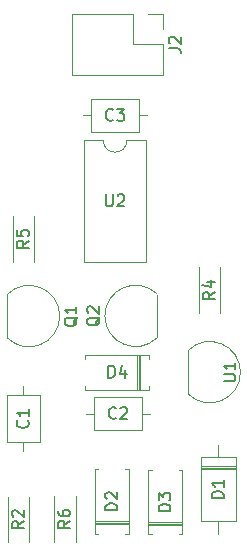
<source format=gbr>
%TF.GenerationSoftware,KiCad,Pcbnew,6.0.11+dfsg-1*%
%TF.CreationDate,2025-09-01T17:48:49-05:00*%
%TF.ProjectId,TinyFreq,54696e79-4672-4657-912e-6b696361645f,rev?*%
%TF.SameCoordinates,Original*%
%TF.FileFunction,Legend,Top*%
%TF.FilePolarity,Positive*%
%FSLAX46Y46*%
G04 Gerber Fmt 4.6, Leading zero omitted, Abs format (unit mm)*
G04 Created by KiCad (PCBNEW 6.0.11+dfsg-1) date 2025-09-01 17:48:49*
%MOMM*%
%LPD*%
G01*
G04 APERTURE LIST*
%ADD10C,0.150000*%
%ADD11C,0.120000*%
G04 APERTURE END LIST*
D10*
%TO.C,C2*%
X135738333Y-98937142D02*
X135690714Y-98984761D01*
X135547857Y-99032380D01*
X135452619Y-99032380D01*
X135309761Y-98984761D01*
X135214523Y-98889523D01*
X135166904Y-98794285D01*
X135119285Y-98603809D01*
X135119285Y-98460952D01*
X135166904Y-98270476D01*
X135214523Y-98175238D01*
X135309761Y-98080000D01*
X135452619Y-98032380D01*
X135547857Y-98032380D01*
X135690714Y-98080000D01*
X135738333Y-98127619D01*
X136119285Y-98127619D02*
X136166904Y-98080000D01*
X136262142Y-98032380D01*
X136500238Y-98032380D01*
X136595476Y-98080000D01*
X136643095Y-98127619D01*
X136690714Y-98222857D01*
X136690714Y-98318095D01*
X136643095Y-98460952D01*
X136071666Y-99032380D01*
X136690714Y-99032380D01*
%TO.C,R4*%
X144107380Y-88286666D02*
X143631190Y-88620000D01*
X144107380Y-88858095D02*
X143107380Y-88858095D01*
X143107380Y-88477142D01*
X143155000Y-88381904D01*
X143202619Y-88334285D01*
X143297857Y-88286666D01*
X143440714Y-88286666D01*
X143535952Y-88334285D01*
X143583571Y-88381904D01*
X143631190Y-88477142D01*
X143631190Y-88858095D01*
X143440714Y-87429523D02*
X144107380Y-87429523D01*
X143059761Y-87667619D02*
X143774047Y-87905714D01*
X143774047Y-87286666D01*
%TO.C,R2*%
X127952380Y-107706666D02*
X127476190Y-108040000D01*
X127952380Y-108278095D02*
X126952380Y-108278095D01*
X126952380Y-107897142D01*
X127000000Y-107801904D01*
X127047619Y-107754285D01*
X127142857Y-107706666D01*
X127285714Y-107706666D01*
X127380952Y-107754285D01*
X127428571Y-107801904D01*
X127476190Y-107897142D01*
X127476190Y-108278095D01*
X127047619Y-107325714D02*
X127000000Y-107278095D01*
X126952380Y-107182857D01*
X126952380Y-106944761D01*
X127000000Y-106849523D01*
X127047619Y-106801904D01*
X127142857Y-106754285D01*
X127238095Y-106754285D01*
X127380952Y-106801904D01*
X127952380Y-107373333D01*
X127952380Y-106754285D01*
%TO.C,C1*%
X128262142Y-99166666D02*
X128309761Y-99214285D01*
X128357380Y-99357142D01*
X128357380Y-99452380D01*
X128309761Y-99595238D01*
X128214523Y-99690476D01*
X128119285Y-99738095D01*
X127928809Y-99785714D01*
X127785952Y-99785714D01*
X127595476Y-99738095D01*
X127500238Y-99690476D01*
X127405000Y-99595238D01*
X127357380Y-99452380D01*
X127357380Y-99357142D01*
X127405000Y-99214285D01*
X127452619Y-99166666D01*
X128357380Y-98214285D02*
X128357380Y-98785714D01*
X128357380Y-98500000D02*
X127357380Y-98500000D01*
X127500238Y-98595238D01*
X127595476Y-98690476D01*
X127643095Y-98785714D01*
%TO.C,D4*%
X135106904Y-95532380D02*
X135106904Y-94532380D01*
X135345000Y-94532380D01*
X135487857Y-94580000D01*
X135583095Y-94675238D01*
X135630714Y-94770476D01*
X135678333Y-94960952D01*
X135678333Y-95103809D01*
X135630714Y-95294285D01*
X135583095Y-95389523D01*
X135487857Y-95484761D01*
X135345000Y-95532380D01*
X135106904Y-95532380D01*
X136535476Y-94865714D02*
X136535476Y-95532380D01*
X136297380Y-94484761D02*
X136059285Y-95199047D01*
X136678333Y-95199047D01*
%TO.C,U2*%
X134893095Y-80032380D02*
X134893095Y-80841904D01*
X134940714Y-80937142D01*
X134988333Y-80984761D01*
X135083571Y-81032380D01*
X135274047Y-81032380D01*
X135369285Y-80984761D01*
X135416904Y-80937142D01*
X135464523Y-80841904D01*
X135464523Y-80032380D01*
X135893095Y-80127619D02*
X135940714Y-80080000D01*
X136035952Y-80032380D01*
X136274047Y-80032380D01*
X136369285Y-80080000D01*
X136416904Y-80127619D01*
X136464523Y-80222857D01*
X136464523Y-80318095D01*
X136416904Y-80460952D01*
X135845476Y-81032380D01*
X136464523Y-81032380D01*
%TO.C,Q1*%
X132492619Y-90425238D02*
X132445000Y-90520476D01*
X132349761Y-90615714D01*
X132206904Y-90758571D01*
X132159285Y-90853809D01*
X132159285Y-90949047D01*
X132397380Y-90901428D02*
X132349761Y-90996666D01*
X132254523Y-91091904D01*
X132064047Y-91139523D01*
X131730714Y-91139523D01*
X131540238Y-91091904D01*
X131445000Y-90996666D01*
X131397380Y-90901428D01*
X131397380Y-90710952D01*
X131445000Y-90615714D01*
X131540238Y-90520476D01*
X131730714Y-90472857D01*
X132064047Y-90472857D01*
X132254523Y-90520476D01*
X132349761Y-90615714D01*
X132397380Y-90710952D01*
X132397380Y-90901428D01*
X132397380Y-89520476D02*
X132397380Y-90091904D01*
X132397380Y-89806190D02*
X131397380Y-89806190D01*
X131540238Y-89901428D01*
X131635476Y-89996666D01*
X131683095Y-90091904D01*
%TO.C,D2*%
X135857380Y-106758095D02*
X134857380Y-106758095D01*
X134857380Y-106520000D01*
X134905000Y-106377142D01*
X135000238Y-106281904D01*
X135095476Y-106234285D01*
X135285952Y-106186666D01*
X135428809Y-106186666D01*
X135619285Y-106234285D01*
X135714523Y-106281904D01*
X135809761Y-106377142D01*
X135857380Y-106520000D01*
X135857380Y-106758095D01*
X134952619Y-105805714D02*
X134905000Y-105758095D01*
X134857380Y-105662857D01*
X134857380Y-105424761D01*
X134905000Y-105329523D01*
X134952619Y-105281904D01*
X135047857Y-105234285D01*
X135143095Y-105234285D01*
X135285952Y-105281904D01*
X135857380Y-105853333D01*
X135857380Y-105234285D01*
%TO.C,U1*%
X144857380Y-95841904D02*
X145666904Y-95841904D01*
X145762142Y-95794285D01*
X145809761Y-95746666D01*
X145857380Y-95651428D01*
X145857380Y-95460952D01*
X145809761Y-95365714D01*
X145762142Y-95318095D01*
X145666904Y-95270476D01*
X144857380Y-95270476D01*
X145857380Y-94270476D02*
X145857380Y-94841904D01*
X145857380Y-94556190D02*
X144857380Y-94556190D01*
X145000238Y-94651428D01*
X145095476Y-94746666D01*
X145143095Y-94841904D01*
%TO.C,R6*%
X131857380Y-107666666D02*
X131381190Y-108000000D01*
X131857380Y-108238095D02*
X130857380Y-108238095D01*
X130857380Y-107857142D01*
X130905000Y-107761904D01*
X130952619Y-107714285D01*
X131047857Y-107666666D01*
X131190714Y-107666666D01*
X131285952Y-107714285D01*
X131333571Y-107761904D01*
X131381190Y-107857142D01*
X131381190Y-108238095D01*
X130857380Y-106809523D02*
X130857380Y-107000000D01*
X130905000Y-107095238D01*
X130952619Y-107142857D01*
X131095476Y-107238095D01*
X131285952Y-107285714D01*
X131666904Y-107285714D01*
X131762142Y-107238095D01*
X131809761Y-107190476D01*
X131857380Y-107095238D01*
X131857380Y-106904761D01*
X131809761Y-106809523D01*
X131762142Y-106761904D01*
X131666904Y-106714285D01*
X131428809Y-106714285D01*
X131333571Y-106761904D01*
X131285952Y-106809523D01*
X131238333Y-106904761D01*
X131238333Y-107095238D01*
X131285952Y-107190476D01*
X131333571Y-107238095D01*
X131428809Y-107285714D01*
%TO.C,D3*%
X140357380Y-106818095D02*
X139357380Y-106818095D01*
X139357380Y-106580000D01*
X139405000Y-106437142D01*
X139500238Y-106341904D01*
X139595476Y-106294285D01*
X139785952Y-106246666D01*
X139928809Y-106246666D01*
X140119285Y-106294285D01*
X140214523Y-106341904D01*
X140309761Y-106437142D01*
X140357380Y-106580000D01*
X140357380Y-106818095D01*
X139357380Y-105913333D02*
X139357380Y-105294285D01*
X139738333Y-105627619D01*
X139738333Y-105484761D01*
X139785952Y-105389523D01*
X139833571Y-105341904D01*
X139928809Y-105294285D01*
X140166904Y-105294285D01*
X140262142Y-105341904D01*
X140309761Y-105389523D01*
X140357380Y-105484761D01*
X140357380Y-105770476D01*
X140309761Y-105865714D01*
X140262142Y-105913333D01*
%TO.C,Q2*%
X134392619Y-90405238D02*
X134345000Y-90500476D01*
X134249761Y-90595714D01*
X134106904Y-90738571D01*
X134059285Y-90833809D01*
X134059285Y-90929047D01*
X134297380Y-90881428D02*
X134249761Y-90976666D01*
X134154523Y-91071904D01*
X133964047Y-91119523D01*
X133630714Y-91119523D01*
X133440238Y-91071904D01*
X133345000Y-90976666D01*
X133297380Y-90881428D01*
X133297380Y-90690952D01*
X133345000Y-90595714D01*
X133440238Y-90500476D01*
X133630714Y-90452857D01*
X133964047Y-90452857D01*
X134154523Y-90500476D01*
X134249761Y-90595714D01*
X134297380Y-90690952D01*
X134297380Y-90881428D01*
X133392619Y-90071904D02*
X133345000Y-90024285D01*
X133297380Y-89929047D01*
X133297380Y-89690952D01*
X133345000Y-89595714D01*
X133392619Y-89548095D01*
X133487857Y-89500476D01*
X133583095Y-89500476D01*
X133725952Y-89548095D01*
X134297380Y-90119523D01*
X134297380Y-89500476D01*
%TO.C,J2*%
X140212380Y-67658333D02*
X140926666Y-67658333D01*
X141069523Y-67705952D01*
X141164761Y-67801190D01*
X141212380Y-67944047D01*
X141212380Y-68039285D01*
X140307619Y-67229761D02*
X140260000Y-67182142D01*
X140212380Y-67086904D01*
X140212380Y-66848809D01*
X140260000Y-66753571D01*
X140307619Y-66705952D01*
X140402857Y-66658333D01*
X140498095Y-66658333D01*
X140640952Y-66705952D01*
X141212380Y-67277380D01*
X141212380Y-66658333D01*
%TO.C,D1*%
X144857380Y-105738095D02*
X143857380Y-105738095D01*
X143857380Y-105500000D01*
X143905000Y-105357142D01*
X144000238Y-105261904D01*
X144095476Y-105214285D01*
X144285952Y-105166666D01*
X144428809Y-105166666D01*
X144619285Y-105214285D01*
X144714523Y-105261904D01*
X144809761Y-105357142D01*
X144857380Y-105500000D01*
X144857380Y-105738095D01*
X144857380Y-104214285D02*
X144857380Y-104785714D01*
X144857380Y-104500000D02*
X143857380Y-104500000D01*
X144000238Y-104595238D01*
X144095476Y-104690476D01*
X144143095Y-104785714D01*
%TO.C,C3*%
X135488333Y-73687142D02*
X135440714Y-73734761D01*
X135297857Y-73782380D01*
X135202619Y-73782380D01*
X135059761Y-73734761D01*
X134964523Y-73639523D01*
X134916904Y-73544285D01*
X134869285Y-73353809D01*
X134869285Y-73210952D01*
X134916904Y-73020476D01*
X134964523Y-72925238D01*
X135059761Y-72830000D01*
X135202619Y-72782380D01*
X135297857Y-72782380D01*
X135440714Y-72830000D01*
X135488333Y-72877619D01*
X135821666Y-72782380D02*
X136440714Y-72782380D01*
X136107380Y-73163333D01*
X136250238Y-73163333D01*
X136345476Y-73210952D01*
X136393095Y-73258571D01*
X136440714Y-73353809D01*
X136440714Y-73591904D01*
X136393095Y-73687142D01*
X136345476Y-73734761D01*
X136250238Y-73782380D01*
X135964523Y-73782380D01*
X135869285Y-73734761D01*
X135821666Y-73687142D01*
%TO.C,R5*%
X128357380Y-83956666D02*
X127881190Y-84290000D01*
X128357380Y-84528095D02*
X127357380Y-84528095D01*
X127357380Y-84147142D01*
X127405000Y-84051904D01*
X127452619Y-84004285D01*
X127547857Y-83956666D01*
X127690714Y-83956666D01*
X127785952Y-84004285D01*
X127833571Y-84051904D01*
X127881190Y-84147142D01*
X127881190Y-84528095D01*
X127357380Y-83051904D02*
X127357380Y-83528095D01*
X127833571Y-83575714D01*
X127785952Y-83528095D01*
X127738333Y-83432857D01*
X127738333Y-83194761D01*
X127785952Y-83099523D01*
X127833571Y-83051904D01*
X127928809Y-83004285D01*
X128166904Y-83004285D01*
X128262142Y-83051904D01*
X128309761Y-83099523D01*
X128357380Y-83194761D01*
X128357380Y-83432857D01*
X128309761Y-83528095D01*
X128262142Y-83575714D01*
D11*
%TO.C,C2*%
X137925000Y-97160000D02*
X133885000Y-97160000D01*
X137925000Y-100000000D02*
X137925000Y-97160000D01*
X138615000Y-98580000D02*
X137925000Y-98580000D01*
X133885000Y-97160000D02*
X133885000Y-100000000D01*
X133885000Y-100000000D02*
X137925000Y-100000000D01*
X133195000Y-98580000D02*
X133885000Y-98580000D01*
%TO.C,R4*%
X144575000Y-86200000D02*
X144575000Y-90040000D01*
X142735000Y-86200000D02*
X142735000Y-90040000D01*
%TO.C,R2*%
X126580000Y-105620000D02*
X126580000Y-109460000D01*
X128420000Y-105620000D02*
X128420000Y-109460000D01*
%TO.C,C1*%
X126485000Y-101020000D02*
X129325000Y-101020000D01*
X129325000Y-101020000D02*
X129325000Y-96980000D01*
X126485000Y-96980000D02*
X126485000Y-101020000D01*
X129325000Y-96980000D02*
X126485000Y-96980000D01*
X127905000Y-96290000D02*
X127905000Y-96980000D01*
X127905000Y-101710000D02*
X127905000Y-101020000D01*
%TO.C,D4*%
X133125000Y-93610000D02*
X133125000Y-93940000D01*
X133125000Y-96550000D02*
X133125000Y-96220000D01*
X137785000Y-96550000D02*
X137785000Y-93610000D01*
X138565000Y-96220000D02*
X138565000Y-96550000D01*
X138565000Y-93940000D02*
X138565000Y-93610000D01*
X137545000Y-96550000D02*
X137545000Y-93610000D01*
X137665000Y-96550000D02*
X137665000Y-93610000D01*
X138565000Y-93610000D02*
X133125000Y-93610000D01*
X138565000Y-96550000D02*
X133125000Y-96550000D01*
%TO.C,U2*%
X138315000Y-85730000D02*
X138315000Y-75450000D01*
X133015000Y-85730000D02*
X138315000Y-85730000D01*
X134665000Y-75450000D02*
X133015000Y-75450000D01*
X133015000Y-75450000D02*
X133015000Y-85730000D01*
X138315000Y-75450000D02*
X136665000Y-75450000D01*
X134665000Y-75450000D02*
G75*
G03*
X136665000Y-75450000I1000000J0D01*
G01*
%TO.C,Q1*%
X126535000Y-88530000D02*
X126535000Y-92130000D01*
X126546522Y-92168478D02*
G75*
G03*
X130985000Y-90330000I1838478J1838478D01*
G01*
X130985001Y-90330000D02*
G75*
G03*
X126546522Y-88491522I-2600001J0D01*
G01*
%TO.C,D2*%
X133935000Y-107960000D02*
X136875000Y-107960000D01*
X134265000Y-108740000D02*
X133935000Y-108740000D01*
X136875000Y-108740000D02*
X136875000Y-103300000D01*
X136875000Y-103300000D02*
X136545000Y-103300000D01*
X133935000Y-107720000D02*
X136875000Y-107720000D01*
X133935000Y-103300000D02*
X134265000Y-103300000D01*
X136545000Y-108740000D02*
X136875000Y-108740000D01*
X133935000Y-108740000D02*
X133935000Y-103300000D01*
X133935000Y-107840000D02*
X136875000Y-107840000D01*
%TO.C,U1*%
X141835000Y-93280000D02*
X141835000Y-96880000D01*
X141846522Y-96918478D02*
G75*
G03*
X146285000Y-95080000I1838478J1838478D01*
G01*
X146285001Y-95080000D02*
G75*
G03*
X141846522Y-93241522I-2600001J0D01*
G01*
%TO.C,R6*%
X132325000Y-105580000D02*
X132325000Y-109420000D01*
X130485000Y-105580000D02*
X130485000Y-109420000D01*
%TO.C,D3*%
X141375000Y-108800000D02*
X141375000Y-103360000D01*
X138435000Y-108020000D02*
X141375000Y-108020000D01*
X141375000Y-103360000D02*
X141045000Y-103360000D01*
X141045000Y-108800000D02*
X141375000Y-108800000D01*
X138435000Y-107900000D02*
X141375000Y-107900000D01*
X138435000Y-107780000D02*
X141375000Y-107780000D01*
X138435000Y-103360000D02*
X138765000Y-103360000D01*
X138765000Y-108800000D02*
X138435000Y-108800000D01*
X138435000Y-108800000D02*
X138435000Y-103360000D01*
%TO.C,Q2*%
X139255000Y-92110000D02*
X139255000Y-88510000D01*
X134804999Y-90310000D02*
G75*
G03*
X139243478Y-92148478I2600001J0D01*
G01*
X139243478Y-88471522D02*
G75*
G03*
X134805000Y-90310000I-1838478J-1838478D01*
G01*
%TO.C,J2*%
X139760000Y-64725000D02*
X139760000Y-66055000D01*
X132020000Y-64725000D02*
X132020000Y-69925000D01*
X137160000Y-64725000D02*
X132020000Y-64725000D01*
X139760000Y-67325000D02*
X139760000Y-69925000D01*
X137160000Y-64725000D02*
X137160000Y-67325000D01*
X138430000Y-64725000D02*
X139760000Y-64725000D01*
X139760000Y-69925000D02*
X132020000Y-69925000D01*
X137160000Y-67325000D02*
X139760000Y-67325000D01*
%TO.C,D1*%
X145875000Y-103060000D02*
X142935000Y-103060000D01*
X145875000Y-107720000D02*
X145875000Y-102280000D01*
X145875000Y-103300000D02*
X142935000Y-103300000D01*
X142935000Y-107720000D02*
X145875000Y-107720000D01*
X144405000Y-108740000D02*
X144405000Y-107720000D01*
X145875000Y-102280000D02*
X142935000Y-102280000D01*
X142935000Y-102280000D02*
X142935000Y-107720000D01*
X144405000Y-101260000D02*
X144405000Y-102280000D01*
X145875000Y-103180000D02*
X142935000Y-103180000D01*
%TO.C,C3*%
X133635000Y-74750000D02*
X137675000Y-74750000D01*
X137675000Y-71910000D02*
X133635000Y-71910000D01*
X137675000Y-74750000D02*
X137675000Y-71910000D01*
X132945000Y-73330000D02*
X133635000Y-73330000D01*
X133635000Y-71910000D02*
X133635000Y-74750000D01*
X138365000Y-73330000D02*
X137675000Y-73330000D01*
%TO.C,R5*%
X126985000Y-85710000D02*
X126985000Y-81870000D01*
X128825000Y-85710000D02*
X128825000Y-81870000D01*
%TD*%
M02*

</source>
